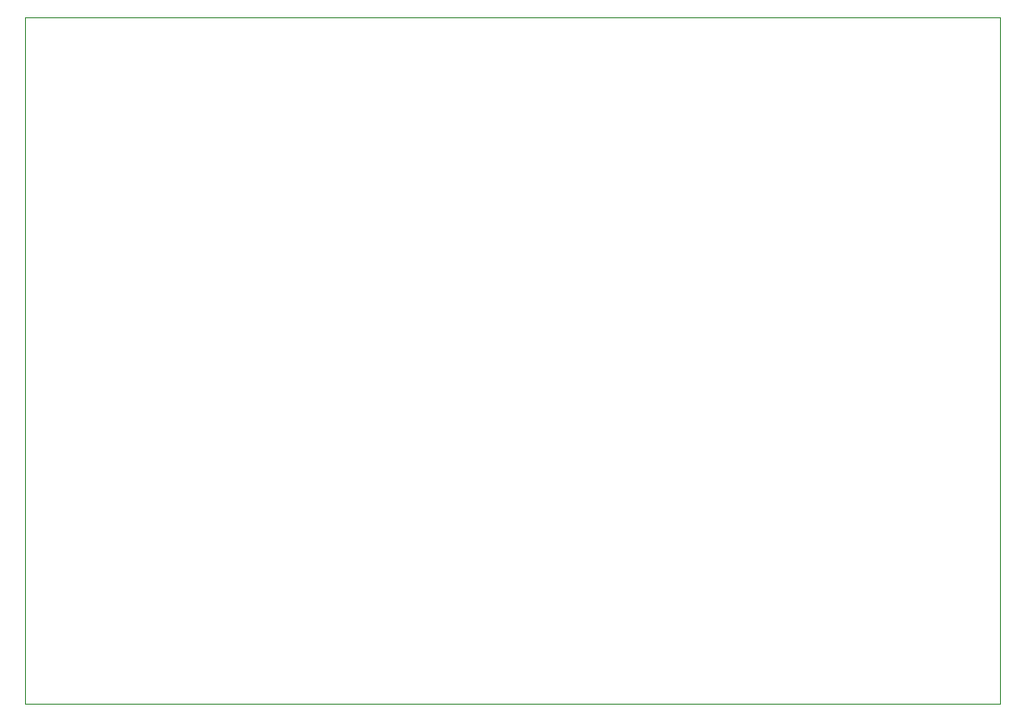
<source format=gbr>
G04 #@! TF.GenerationSoftware,KiCad,Pcbnew,5.1.5*
G04 #@! TF.CreationDate,2019-12-19T20:19:00+01:00*
G04 #@! TF.ProjectId,counter,636f756e-7465-4722-9e6b-696361645f70,rev?*
G04 #@! TF.SameCoordinates,Original*
G04 #@! TF.FileFunction,Profile,NP*
%FSLAX46Y46*%
G04 Gerber Fmt 4.6, Leading zero omitted, Abs format (unit mm)*
G04 Created by KiCad (PCBNEW 5.1.5) date 2019-12-19 20:19:00*
%MOMM*%
%LPD*%
G04 APERTURE LIST*
%ADD10C,0.050000*%
G04 APERTURE END LIST*
D10*
X70612000Y-84836000D02*
X70612000Y-24384000D01*
X156464000Y-84836000D02*
X70612000Y-84836000D01*
X156464000Y-24384000D02*
X156464000Y-84836000D01*
X70612000Y-24384000D02*
X156464000Y-24384000D01*
M02*

</source>
